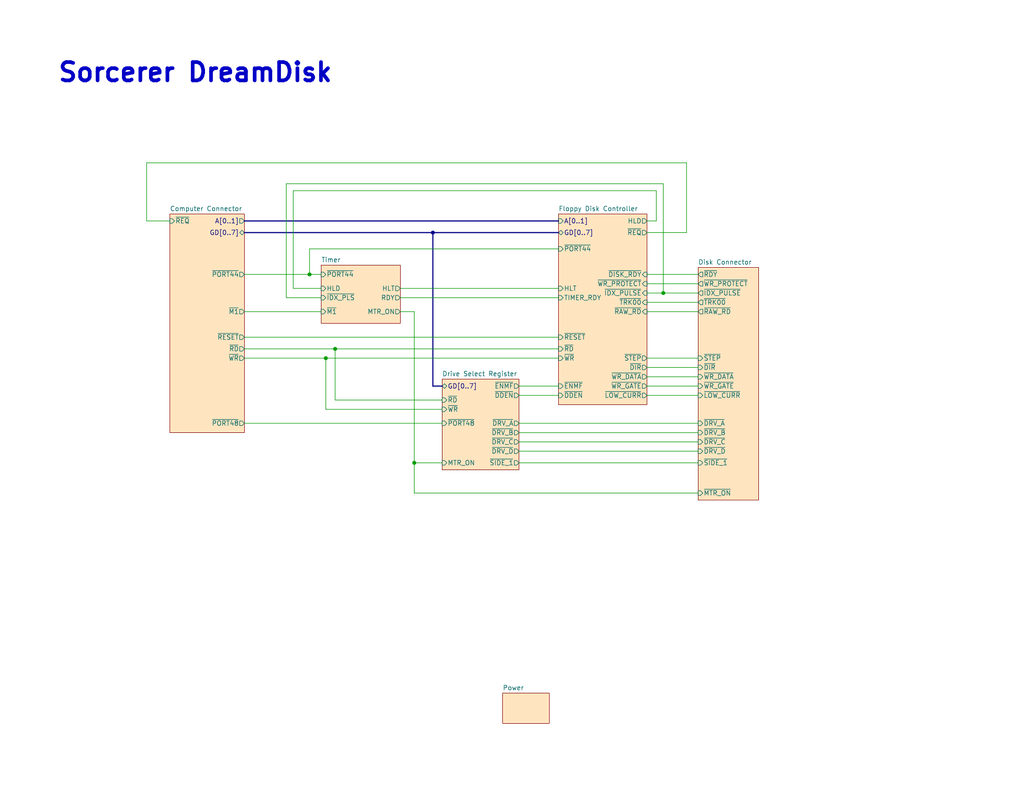
<source format=kicad_sch>
(kicad_sch
	(version 20250114)
	(generator "eeschema")
	(generator_version "9.0")
	(uuid "bfa05b03-a55b-4248-a002-84e7d3075c31")
	(paper "USLetter")
	(title_block
		(title "Sorcerer Dream Disk")
		(date "2025-05-04")
		(rev "1.1")
		(company "Marcel Erz (RetroStack), John Halkiadakis, Michael Borthwick (Exidyboy)")
		(comment 4 "Dream Disk Main Components")
	)
	(lib_symbols)
	(text "Sorcerer DreamDisk"
		(exclude_from_sim no)
		(at 15.494 22.86 0)
		(effects
			(font
				(size 5 5)
				(thickness 1)
				(bold yes)
			)
			(justify left bottom)
		)
		(uuid "fc307574-d8c9-4a34-85ae-eccbeb1321c1")
	)
	(junction
		(at 91.44 95.25)
		(diameter 0)
		(color 0 0 0 0)
		(uuid "05ae4731-3b0f-4e0e-b987-961bf36861ef")
	)
	(junction
		(at 88.9 97.79)
		(diameter 0)
		(color 0 0 0 0)
		(uuid "1286a679-1e84-48ec-ad5a-07486e7860d9")
	)
	(junction
		(at 118.11 63.5)
		(diameter 0)
		(color 0 0 0 0)
		(uuid "2cb582b0-b971-4a81-b5a7-fcea82c7a809")
	)
	(junction
		(at 84.455 74.93)
		(diameter 0)
		(color 0 0 0 0)
		(uuid "9b30bf9c-4994-4438-94e4-3a701a183db3")
	)
	(junction
		(at 180.975 80.01)
		(diameter 0)
		(color 0 0 0 0)
		(uuid "9d8ce80c-55ee-4c4e-8328-a5df06274ca4")
	)
	(junction
		(at 113.03 126.365)
		(diameter 0)
		(color 0 0 0 0)
		(uuid "dd90dd87-a7cc-415a-97a5-5ae2c8653d73")
	)
	(wire
		(pts
			(xy 113.03 134.62) (xy 113.03 126.365)
		)
		(stroke
			(width 0)
			(type default)
		)
		(uuid "08a67973-2dad-41b0-b226-968fa8fcdb2c")
	)
	(wire
		(pts
			(xy 88.9 97.79) (xy 152.4 97.79)
		)
		(stroke
			(width 0)
			(type default)
		)
		(uuid "1224d152-8375-469b-b1b8-3fc2629bf9cd")
	)
	(wire
		(pts
			(xy 176.53 100.33) (xy 190.5 100.33)
		)
		(stroke
			(width 0)
			(type default)
		)
		(uuid "12c8774b-5d69-4aaa-8e10-3c8d2d8ad514")
	)
	(wire
		(pts
			(xy 187.325 63.5) (xy 176.53 63.5)
		)
		(stroke
			(width 0)
			(type default)
		)
		(uuid "133c8663-e5a0-40cf-97b4-72c775e7acd2")
	)
	(wire
		(pts
			(xy 46.355 60.325) (xy 40.005 60.325)
		)
		(stroke
			(width 0)
			(type default)
		)
		(uuid "165650bb-fe33-4d0e-a804-c7f35130fb9a")
	)
	(wire
		(pts
			(xy 176.53 105.41) (xy 190.5 105.41)
		)
		(stroke
			(width 0)
			(type default)
		)
		(uuid "2499cad1-a132-4ae8-80c1-5e25b585289b")
	)
	(wire
		(pts
			(xy 66.675 115.57) (xy 120.65 115.57)
		)
		(stroke
			(width 0)
			(type default)
		)
		(uuid "2858441e-20ec-4525-8c8d-4ec85397a7e7")
	)
	(wire
		(pts
			(xy 176.53 97.79) (xy 190.5 97.79)
		)
		(stroke
			(width 0)
			(type default)
		)
		(uuid "2af6a3c5-227a-4e92-989a-cafb5bc97a37")
	)
	(wire
		(pts
			(xy 141.605 107.95) (xy 152.4 107.95)
		)
		(stroke
			(width 0)
			(type default)
		)
		(uuid "2bc1b4e3-b819-4fed-8bb5-43aded05c427")
	)
	(wire
		(pts
			(xy 141.605 118.11) (xy 190.5 118.11)
		)
		(stroke
			(width 0)
			(type default)
		)
		(uuid "2eb8aa93-e0fa-4b0d-bb0f-fb34a491d4b9")
	)
	(bus
		(pts
			(xy 118.11 105.41) (xy 120.65 105.41)
		)
		(stroke
			(width 0)
			(type default)
		)
		(uuid "31e53b7e-ec6e-42e9-8fad-30659e7f9f4f")
	)
	(wire
		(pts
			(xy 40.005 44.45) (xy 187.325 44.45)
		)
		(stroke
			(width 0)
			(type default)
		)
		(uuid "31f5d184-6c54-49af-bf20-a60a9511d36b")
	)
	(bus
		(pts
			(xy 66.675 60.325) (xy 152.4 60.325)
		)
		(stroke
			(width 0)
			(type default)
		)
		(uuid "32abdda3-7ad8-4fd8-b23b-c293f4285e54")
	)
	(wire
		(pts
			(xy 66.675 85.09) (xy 87.63 85.09)
		)
		(stroke
			(width 0)
			(type default)
		)
		(uuid "38157fd5-ad9b-46d5-b7c0-5a8e1b2cde0d")
	)
	(wire
		(pts
			(xy 113.03 85.09) (xy 113.03 126.365)
		)
		(stroke
			(width 0)
			(type default)
		)
		(uuid "38705121-9267-4f85-913f-6ec8ac56efd2")
	)
	(wire
		(pts
			(xy 91.44 95.25) (xy 91.44 109.22)
		)
		(stroke
			(width 0)
			(type default)
		)
		(uuid "460818e7-dde7-4a0c-be88-5e1fe72a208f")
	)
	(wire
		(pts
			(xy 66.675 95.25) (xy 91.44 95.25)
		)
		(stroke
			(width 0)
			(type default)
		)
		(uuid "48042e44-b342-4007-a561-070960a7e617")
	)
	(wire
		(pts
			(xy 40.005 60.325) (xy 40.005 44.45)
		)
		(stroke
			(width 0)
			(type default)
		)
		(uuid "480d0443-735f-4fea-ad35-9580c1edb866")
	)
	(wire
		(pts
			(xy 84.455 74.93) (xy 87.63 74.93)
		)
		(stroke
			(width 0)
			(type default)
		)
		(uuid "506b5ee1-54bb-4ca8-8333-7f06a3832f60")
	)
	(wire
		(pts
			(xy 80.01 78.74) (xy 87.63 78.74)
		)
		(stroke
			(width 0)
			(type default)
		)
		(uuid "56a321ec-b1aa-4f4c-908b-3dad1aa23b33")
	)
	(bus
		(pts
			(xy 118.11 63.5) (xy 152.4 63.5)
		)
		(stroke
			(width 0)
			(type default)
		)
		(uuid "5cab8afe-dc3d-42f3-ae33-a092b8ac544c")
	)
	(wire
		(pts
			(xy 109.22 81.28) (xy 152.4 81.28)
		)
		(stroke
			(width 0)
			(type default)
		)
		(uuid "6111651f-e59a-464c-970b-5c75309e132c")
	)
	(wire
		(pts
			(xy 88.9 97.79) (xy 88.9 111.76)
		)
		(stroke
			(width 0)
			(type default)
		)
		(uuid "66b4e626-e186-4249-93b9-41631fbc7770")
	)
	(wire
		(pts
			(xy 180.975 50.165) (xy 180.975 80.01)
		)
		(stroke
			(width 0)
			(type default)
		)
		(uuid "6808c296-a18f-45f6-bb85-e404236988d9")
	)
	(wire
		(pts
			(xy 141.605 126.365) (xy 190.5 126.365)
		)
		(stroke
			(width 0)
			(type default)
		)
		(uuid "6be46536-b715-44d8-b25d-972877bf4cb5")
	)
	(wire
		(pts
			(xy 88.9 111.76) (xy 120.65 111.76)
		)
		(stroke
			(width 0)
			(type default)
		)
		(uuid "6fc0c72e-a8fa-4c33-9401-d8ca4ccc497e")
	)
	(wire
		(pts
			(xy 84.455 67.945) (xy 152.4 67.945)
		)
		(stroke
			(width 0)
			(type default)
		)
		(uuid "7c410dba-6590-4daa-8785-5bcc8cc03352")
	)
	(wire
		(pts
			(xy 176.53 82.55) (xy 190.5 82.55)
		)
		(stroke
			(width 0)
			(type default)
		)
		(uuid "7cf6c4c9-73a5-47a6-a5f0-2b964bd55545")
	)
	(wire
		(pts
			(xy 176.53 80.01) (xy 180.975 80.01)
		)
		(stroke
			(width 0)
			(type default)
		)
		(uuid "817e8607-7c6c-4129-a39e-d0c851f5f3ca")
	)
	(wire
		(pts
			(xy 91.44 95.25) (xy 152.4 95.25)
		)
		(stroke
			(width 0)
			(type default)
		)
		(uuid "8432d300-25a7-46fe-8f79-f8fde08f7f41")
	)
	(wire
		(pts
			(xy 176.53 85.09) (xy 190.5 85.09)
		)
		(stroke
			(width 0)
			(type default)
		)
		(uuid "8807f3ec-c7de-4b3a-96c4-61a4c66e17ab")
	)
	(wire
		(pts
			(xy 78.105 81.28) (xy 78.105 50.165)
		)
		(stroke
			(width 0)
			(type default)
		)
		(uuid "882d22b2-f4af-4cc2-8e3b-c5547ed6940b")
	)
	(wire
		(pts
			(xy 66.675 92.075) (xy 152.4 92.075)
		)
		(stroke
			(width 0)
			(type default)
		)
		(uuid "8babdbef-baf3-447f-9754-9eefdc22a3e9")
	)
	(wire
		(pts
			(xy 141.605 120.65) (xy 190.5 120.65)
		)
		(stroke
			(width 0)
			(type default)
		)
		(uuid "8bc066e6-659f-4fd2-8bab-7c93b590d050")
	)
	(wire
		(pts
			(xy 87.63 81.28) (xy 78.105 81.28)
		)
		(stroke
			(width 0)
			(type default)
		)
		(uuid "8c805e6c-affc-435b-a81c-4b94319f28d7")
	)
	(wire
		(pts
			(xy 141.605 115.57) (xy 190.5 115.57)
		)
		(stroke
			(width 0)
			(type default)
		)
		(uuid "906842de-314d-448c-9b0d-84962b1fa6f2")
	)
	(wire
		(pts
			(xy 176.53 77.47) (xy 190.5 77.47)
		)
		(stroke
			(width 0)
			(type default)
		)
		(uuid "92cf04be-db42-4faf-aabe-031f855ca478")
	)
	(wire
		(pts
			(xy 176.53 107.95) (xy 190.5 107.95)
		)
		(stroke
			(width 0)
			(type default)
		)
		(uuid "aa6a6060-3d6b-4ea3-8ae1-18149b5c65bd")
	)
	(wire
		(pts
			(xy 141.605 105.41) (xy 152.4 105.41)
		)
		(stroke
			(width 0)
			(type default)
		)
		(uuid "acda75d8-78bf-4d27-8326-ee759dc68cdc")
	)
	(wire
		(pts
			(xy 109.22 85.09) (xy 113.03 85.09)
		)
		(stroke
			(width 0)
			(type default)
		)
		(uuid "b260b079-eeea-4a3d-8708-4348d29a2aa6")
	)
	(wire
		(pts
			(xy 113.03 126.365) (xy 120.65 126.365)
		)
		(stroke
			(width 0)
			(type default)
		)
		(uuid "b7147abe-a701-435d-b53c-7b69c340f13e")
	)
	(wire
		(pts
			(xy 109.22 78.74) (xy 152.4 78.74)
		)
		(stroke
			(width 0)
			(type default)
		)
		(uuid "bd58f9fd-4a1c-4fbd-bba9-5d2610556251")
	)
	(bus
		(pts
			(xy 66.675 63.5) (xy 118.11 63.5)
		)
		(stroke
			(width 0)
			(type default)
		)
		(uuid "bdea0f92-ce47-4627-ac2c-c6f56fc700e9")
	)
	(wire
		(pts
			(xy 180.975 80.01) (xy 190.5 80.01)
		)
		(stroke
			(width 0)
			(type default)
		)
		(uuid "c2035a5e-0228-4145-8522-7436ad20bf4f")
	)
	(wire
		(pts
			(xy 113.03 134.62) (xy 190.5 134.62)
		)
		(stroke
			(width 0)
			(type default)
		)
		(uuid "c24dca46-c1f4-45ab-a4ac-57ff75a09a4e")
	)
	(wire
		(pts
			(xy 187.325 44.45) (xy 187.325 63.5)
		)
		(stroke
			(width 0)
			(type default)
		)
		(uuid "c2cb36e6-40d5-442b-bbd4-157d707fecdf")
	)
	(wire
		(pts
			(xy 78.105 50.165) (xy 180.975 50.165)
		)
		(stroke
			(width 0)
			(type default)
		)
		(uuid "cd5c01a5-0224-4be6-a5e1-47484781d064")
	)
	(wire
		(pts
			(xy 179.07 60.325) (xy 179.07 52.07)
		)
		(stroke
			(width 0)
			(type default)
		)
		(uuid "d709b78c-743b-41ee-9a38-f2743e9edabd")
	)
	(wire
		(pts
			(xy 80.01 52.07) (xy 80.01 78.74)
		)
		(stroke
			(width 0)
			(type default)
		)
		(uuid "d9583d63-9836-422e-b10d-14a1fcf86d25")
	)
	(wire
		(pts
			(xy 91.44 109.22) (xy 120.65 109.22)
		)
		(stroke
			(width 0)
			(type default)
		)
		(uuid "dc31cd17-db9c-41b0-ab4a-0d6f6ff59ff1")
	)
	(wire
		(pts
			(xy 179.07 52.07) (xy 80.01 52.07)
		)
		(stroke
			(width 0)
			(type default)
		)
		(uuid "e06d6ed7-278f-4d13-8d2b-35d91cfdc15c")
	)
	(wire
		(pts
			(xy 141.605 123.19) (xy 190.5 123.19)
		)
		(stroke
			(width 0)
			(type default)
		)
		(uuid "e43f7cd4-0cb9-4aea-acdf-7ef30b90efd3")
	)
	(wire
		(pts
			(xy 66.675 97.79) (xy 88.9 97.79)
		)
		(stroke
			(width 0)
			(type default)
		)
		(uuid "e585e48e-343b-4958-9cc6-5e10a5d768fb")
	)
	(bus
		(pts
			(xy 118.11 63.5) (xy 118.11 105.41)
		)
		(stroke
			(width 0)
			(type default)
		)
		(uuid "e6316a93-75dd-4d9f-9146-04703e9a5bfe")
	)
	(wire
		(pts
			(xy 66.675 74.93) (xy 84.455 74.93)
		)
		(stroke
			(width 0)
			(type default)
		)
		(uuid "e631c36f-a257-48c9-a1c4-b0ad6f088263")
	)
	(wire
		(pts
			(xy 84.455 67.945) (xy 84.455 74.93)
		)
		(stroke
			(width 0)
			(type default)
		)
		(uuid "ef060952-c142-4f72-9fa0-f06fbc82bcd1")
	)
	(wire
		(pts
			(xy 176.53 60.325) (xy 179.07 60.325)
		)
		(stroke
			(width 0)
			(type default)
		)
		(uuid "f0684d52-a61e-49ff-9d46-97016a939b9f")
	)
	(wire
		(pts
			(xy 176.53 74.93) (xy 190.5 74.93)
		)
		(stroke
			(width 0)
			(type default)
		)
		(uuid "f7d550f4-ce38-4aa3-b249-205f2ede0887")
	)
	(wire
		(pts
			(xy 176.53 102.87) (xy 190.5 102.87)
		)
		(stroke
			(width 0)
			(type default)
		)
		(uuid "f86df761-92a4-435a-b3b7-e65dd60b4f03")
	)
	(sheet
		(at 120.65 103.505)
		(size 20.955 24.765)
		(exclude_from_sim no)
		(in_bom yes)
		(on_board yes)
		(dnp no)
		(fields_autoplaced yes)
		(stroke
			(width 0.1524)
			(type solid)
		)
		(fill
			(color 255 229 191 1.0000)
		)
		(uuid "17fbb4b6-76fe-4080-9c6f-e2c2b80c5768")
		(property "Sheetname" "Drive Select Register"
			(at 120.65 102.7934 0)
			(effects
				(font
					(size 1.27 1.27)
				)
				(justify left bottom)
			)
		)
		(property "Sheetfile" "Drive_Select_Register.kicad_sch"
			(at 120.65 128.8546 0)
			(effects
				(font
					(size 1.27 1.27)
				)
				(justify left top)
				(hide yes)
			)
		)
		(pin "~{DRV_A}" output
			(at 141.605 115.57 0)
			(uuid "c1f03874-209c-4593-b9af-502d7fc27e1c")
			(effects
				(font
					(size 1.27 1.27)
				)
				(justify right)
			)
		)
		(pin "GD[0..7]" tri_state
			(at 120.65 105.41 180)
			(uuid "d4090769-b1e8-483f-aea8-1999dafffe52")
			(effects
				(font
					(size 1.27 1.27)
				)
				(justify left)
			)
		)
		(pin "~{DRV_B}" output
			(at 141.605 118.11 0)
			(uuid "cfd7357f-6958-4757-94db-530b452362d5")
			(effects
				(font
					(size 1.27 1.27)
				)
				(justify right)
			)
		)
		(pin "~{SIDE_1}" output
			(at 141.605 126.365 0)
			(uuid "419e739b-89e1-44c2-b132-7c3847327d40")
			(effects
				(font
					(size 1.27 1.27)
				)
				(justify right)
			)
		)
		(pin "~{DRV_D}" output
			(at 141.605 123.19 0)
			(uuid "3335cae8-d16f-4a49-8df7-4d989acd5a2f")
			(effects
				(font
					(size 1.27 1.27)
				)
				(justify right)
			)
		)
		(pin "~{DRV_C}" output
			(at 141.605 120.65 0)
			(uuid "24ba02e8-9c18-46c9-9506-2963068c91ca")
			(effects
				(font
					(size 1.27 1.27)
				)
				(justify right)
			)
		)
		(pin "~{PORT48}" input
			(at 120.65 115.57 180)
			(uuid "153804a5-5d02-4c5c-81aa-b3c00bf100fc")
			(effects
				(font
					(size 1.27 1.27)
				)
				(justify left)
			)
		)
		(pin "~{WR}" input
			(at 120.65 111.76 180)
			(uuid "3a229a0f-16f1-413b-915b-0a95755c8276")
			(effects
				(font
					(size 1.27 1.27)
				)
				(justify left)
			)
		)
		(pin "~{RD}" input
			(at 120.65 109.22 180)
			(uuid "42d2b74c-5993-4a65-8238-9903dbd128ce")
			(effects
				(font
					(size 1.27 1.27)
				)
				(justify left)
			)
		)
		(pin "~{ENMF}" output
			(at 141.605 105.41 0)
			(uuid "f758a427-0afa-42ff-ba62-6ba6ddb539ce")
			(effects
				(font
					(size 1.27 1.27)
				)
				(justify right)
			)
		)
		(pin "~{DDEN}" output
			(at 141.605 107.95 0)
			(uuid "648e2e97-4ef2-459c-80ff-e6280bf6648d")
			(effects
				(font
					(size 1.27 1.27)
				)
				(justify right)
			)
		)
		(pin "MTR_ON" input
			(at 120.65 126.365 180)
			(uuid "2fb0b57a-ae44-4b31-8dee-688ec2a4effc")
			(effects
				(font
					(size 1.27 1.27)
				)
				(justify left)
			)
		)
		(instances
			(project "Sorcerer_DreamDisk"
				(path "/bfa05b03-a55b-4248-a002-84e7d3075c31"
					(page "4")
				)
			)
		)
	)
	(sheet
		(at 46.355 58.42)
		(size 20.32 59.69)
		(exclude_from_sim no)
		(in_bom yes)
		(on_board yes)
		(dnp no)
		(fields_autoplaced yes)
		(stroke
			(width 0.1524)
			(type solid)
		)
		(fill
			(color 255 229 191 1.0000)
		)
		(uuid "89a40cfe-af54-4693-9930-24fd2b411ca5")
		(property "Sheetname" "Computer Connector"
			(at 46.355 57.7084 0)
			(effects
				(font
					(size 1.27 1.27)
				)
				(justify left bottom)
			)
		)
		(property "Sheetfile" "Computer_Connector.kicad_sch"
			(at 46.355 118.6946 0)
			(effects
				(font
					(size 1.27 1.27)
				)
				(justify left top)
				(hide yes)
			)
		)
		(pin "GD[0..7]" tri_state
			(at 66.675 63.5 0)
			(uuid "99ccd4d0-f23d-44d4-9c26-00b483bee9bf")
			(effects
				(font
					(size 1.27 1.27)
				)
				(justify right)
			)
		)
		(pin "~{PORT44}" output
			(at 66.675 74.93 0)
			(uuid "ea588930-796f-4e3c-b695-7429fae0010f")
			(effects
				(font
					(size 1.27 1.27)
				)
				(justify right)
			)
		)
		(pin "~{PORT48}" output
			(at 66.675 115.57 0)
			(uuid "e9b7f828-fdb4-4f08-a9f5-1ac66fcd1b1a")
			(effects
				(font
					(size 1.27 1.27)
				)
				(justify right)
			)
		)
		(pin "~{REQ}" input
			(at 46.355 60.325 180)
			(uuid "9c40d087-76a2-48ea-a176-1177dfe5fb7f")
			(effects
				(font
					(size 1.27 1.27)
				)
				(justify left)
			)
		)
		(pin "A[0..1]" output
			(at 66.675 60.325 0)
			(uuid "bbca862b-62db-44a0-a0d3-5831d8d2c842")
			(effects
				(font
					(size 1.27 1.27)
				)
				(justify right)
			)
		)
		(pin "~{M1}" output
			(at 66.675 85.09 0)
			(uuid "41355ddd-3182-447c-99df-8ca7beff14e5")
			(effects
				(font
					(size 1.27 1.27)
				)
				(justify right)
			)
		)
		(pin "~{RESET}" output
			(at 66.675 92.075 0)
			(uuid "305dfbfd-f24c-43c5-ad34-726c76c0a58a")
			(effects
				(font
					(size 1.27 1.27)
				)
				(justify right)
			)
		)
		(pin "~{RD}" output
			(at 66.675 95.25 0)
			(uuid "f1dc2e37-ddb9-4257-bf0b-2e234862d970")
			(effects
				(font
					(size 1.27 1.27)
				)
				(justify right)
			)
		)
		(pin "~{WR}" output
			(at 66.675 97.79 0)
			(uuid "87229e9f-70cc-49b8-aa2e-f582111f924a")
			(effects
				(font
					(size 1.27 1.27)
				)
				(justify right)
			)
		)
		(instances
			(project "Sorcerer_DreamDisk"
				(path "/bfa05b03-a55b-4248-a002-84e7d3075c31"
					(page "2")
				)
			)
		)
	)
	(sheet
		(at 152.4 58.42)
		(size 24.13 52.07)
		(exclude_from_sim no)
		(in_bom yes)
		(on_board yes)
		(dnp no)
		(fields_autoplaced yes)
		(stroke
			(width 0.1524)
			(type solid)
		)
		(fill
			(color 255 229 191 1.0000)
		)
		(uuid "93221635-f3b9-4df6-bcaf-91f1f0bfd993")
		(property "Sheetname" "Floppy Disk Controller"
			(at 152.4 57.7084 0)
			(effects
				(font
					(size 1.27 1.27)
				)
				(justify left bottom)
			)
		)
		(property "Sheetfile" "Floppy_Disk_Controller.kicad_sch"
			(at 152.4 111.0746 0)
			(effects
				(font
					(size 1.27 1.27)
				)
				(justify left top)
				(hide yes)
			)
		)
		(pin "~{DIR}" output
			(at 176.53 100.33 0)
			(uuid "d7ac9712-e9f0-42b2-8bbd-ecc2d566b293")
			(effects
				(font
					(size 1.27 1.27)
				)
				(justify right)
			)
		)
		(pin "~{IDX_PULSE}" input
			(at 176.53 80.01 0)
			(uuid "c77bbbb8-4796-4fb9-9b43-48e2687e4c28")
			(effects
				(font
					(size 1.27 1.27)
				)
				(justify right)
			)
		)
		(pin "~{LOW_CURR}" output
			(at 176.53 107.95 0)
			(uuid "67ea0e72-5d6a-4af1-a2d3-75842873b456")
			(effects
				(font
					(size 1.27 1.27)
				)
				(justify right)
			)
		)
		(pin "~{RAW_RD}" input
			(at 176.53 85.09 0)
			(uuid "efa9518f-18be-409d-afbc-45e7e39f548b")
			(effects
				(font
					(size 1.27 1.27)
				)
				(justify right)
			)
		)
		(pin "~{STEP}" output
			(at 176.53 97.79 0)
			(uuid "f5fec4d5-9c81-4b60-963d-7ae861bb3d0c")
			(effects
				(font
					(size 1.27 1.27)
				)
				(justify right)
			)
		)
		(pin "~{TRK00}" input
			(at 176.53 82.55 0)
			(uuid "19d5ed23-b49f-4884-8ac3-9d554f55a884")
			(effects
				(font
					(size 1.27 1.27)
				)
				(justify right)
			)
		)
		(pin "~{WR_DATA}" output
			(at 176.53 102.87 0)
			(uuid "c297391c-29f2-4357-bddf-3521d87b9b89")
			(effects
				(font
					(size 1.27 1.27)
				)
				(justify right)
			)
		)
		(pin "~{WR_GATE}" output
			(at 176.53 105.41 0)
			(uuid "d2a220c0-6505-445b-af5c-8cb26001bee0")
			(effects
				(font
					(size 1.27 1.27)
				)
				(justify right)
			)
		)
		(pin "~{WR_PROTECT}" input
			(at 176.53 77.47 0)
			(uuid "e68ee493-c0f0-4e29-a1bd-155f419a0010")
			(effects
				(font
					(size 1.27 1.27)
				)
				(justify right)
			)
		)
		(pin "TIMER_RDY" input
			(at 152.4 81.28 180)
			(uuid "7e2b2398-075e-46df-b7e5-ed71adadee25")
			(effects
				(font
					(size 1.27 1.27)
				)
				(justify left)
			)
		)
		(pin "~{DISK_RDY}" input
			(at 176.53 74.93 0)
			(uuid "8816c487-4c7e-43dd-b750-30eec214ac1c")
			(effects
				(font
					(size 1.27 1.27)
				)
				(justify right)
			)
		)
		(pin "~{PORT44}" input
			(at 152.4 67.945 180)
			(uuid "586c9d5c-3bd2-4370-ba5c-14b6c329f15f")
			(effects
				(font
					(size 1.27 1.27)
				)
				(justify left)
			)
		)
		(pin "~{RD}" input
			(at 152.4 95.25 180)
			(uuid "87cc3bc7-d474-4d36-9b29-638be4e52a10")
			(effects
				(font
					(size 1.27 1.27)
				)
				(justify left)
			)
		)
		(pin "~{WR}" input
			(at 152.4 97.79 180)
			(uuid "7c7d33db-3950-49e3-8c34-607310222ead")
			(effects
				(font
					(size 1.27 1.27)
				)
				(justify left)
			)
		)
		(pin "A[0..1]" input
			(at 152.4 60.325 180)
			(uuid "4a1e6bb2-9e82-4a06-b315-4e6002f4dfec")
			(effects
				(font
					(size 1.27 1.27)
				)
				(justify left)
			)
		)
		(pin "HLD" output
			(at 176.53 60.325 0)
			(uuid "15cb53a4-26d6-416c-b94e-bc9667392199")
			(effects
				(font
					(size 1.27 1.27)
				)
				(justify right)
			)
		)
		(pin "HLT" input
			(at 152.4 78.74 180)
			(uuid "884d6a1c-5588-4cec-9334-79db729e64c2")
			(effects
				(font
					(size 1.27 1.27)
				)
				(justify left)
			)
		)
		(pin "~{REQ}" output
			(at 176.53 63.5 0)
			(uuid "9afa67b7-27e3-483a-acbd-01e02b787794")
			(effects
				(font
					(size 1.27 1.27)
				)
				(justify right)
			)
		)
		(pin "~{DDEN}" input
			(at 152.4 107.95 180)
			(uuid "c899c3ba-c093-4352-a5da-0e3cc3a1fcba")
			(effects
				(font
					(size 1.27 1.27)
				)
				(justify left)
			)
		)
		(pin "~{ENMF}" input
			(at 152.4 105.41 180)
			(uuid "0093bbd1-31d5-4f06-a811-a0804da38c14")
			(effects
				(font
					(size 1.27 1.27)
				)
				(justify left)
			)
		)
		(pin "GD[0..7]" tri_state
			(at 152.4 63.5 180)
			(uuid "03be20da-f84e-447f-8e66-8fc3a5265fdb")
			(effects
				(font
					(size 1.27 1.27)
				)
				(justify left)
			)
		)
		(pin "~{RESET}" input
			(at 152.4 92.075 180)
			(uuid "cd46b9f3-cb5b-41f7-bff9-22adb83807c3")
			(effects
				(font
					(size 1.27 1.27)
				)
				(justify left)
			)
		)
		(instances
			(project "Sorcerer_DreamDisk"
				(path "/bfa05b03-a55b-4248-a002-84e7d3075c31"
					(page "5")
				)
			)
		)
	)
	(sheet
		(at 87.63 72.39)
		(size 21.59 15.875)
		(exclude_from_sim no)
		(in_bom yes)
		(on_board yes)
		(dnp no)
		(fields_autoplaced yes)
		(stroke
			(width 0.1524)
			(type solid)
		)
		(fill
			(color 255 229 191 1.0000)
		)
		(uuid "96a35e5e-757e-48d4-bcaa-76326e35d924")
		(property "Sheetname" "Timer"
			(at 87.63 71.6784 0)
			(effects
				(font
					(size 1.27 1.27)
				)
				(justify left bottom)
			)
		)
		(property "Sheetfile" "Timer.kicad_sch"
			(at 87.63 88.8496 0)
			(effects
				(font
					(size 1.27 1.27)
				)
				(justify left top)
				(hide yes)
			)
		)
		(pin "HLD" input
			(at 87.63 78.74 180)
			(uuid "623bcd2f-a15c-4d63-9778-141ffc3ead89")
			(effects
				(font
					(size 1.27 1.27)
				)
				(justify left)
			)
		)
		(pin "HLT" output
			(at 109.22 78.74 0)
			(uuid "979b7411-e9a5-4ee9-8ff1-97da36444dab")
			(effects
				(font
					(size 1.27 1.27)
				)
				(justify right)
			)
		)
		(pin "~{IDX_PLS}" input
			(at 87.63 81.28 180)
			(uuid "ceffc3c0-93a1-4d2e-b7c8-a1f0ddf2a6db")
			(effects
				(font
					(size 1.27 1.27)
				)
				(justify left)
			)
		)
		(pin "RDY" output
			(at 109.22 81.28 0)
			(uuid "3399fdd8-6f14-4cb4-9919-c7caeb2de06c")
			(effects
				(font
					(size 1.27 1.27)
				)
				(justify right)
			)
		)
		(pin "~{PORT44}" input
			(at 87.63 74.93 180)
			(uuid "3ea6e6bc-d2e4-4fb7-8573-fcc51daf8843")
			(effects
				(font
					(size 1.27 1.27)
				)
				(justify left)
			)
		)
		(pin "~{M1}" input
			(at 87.63 85.09 180)
			(uuid "5746b5dd-32a4-4833-8e7b-d19a18b183a1")
			(effects
				(font
					(size 1.27 1.27)
				)
				(justify left)
			)
		)
		(pin "MTR_ON" output
			(at 109.22 85.09 0)
			(uuid "89ded860-15bd-4514-af44-f23a6547e5b4")
			(effects
				(font
					(size 1.27 1.27)
				)
				(justify right)
			)
		)
		(instances
			(project "Sorcerer_DreamDisk"
				(path "/bfa05b03-a55b-4248-a002-84e7d3075c31"
					(page "3")
				)
			)
		)
	)
	(sheet
		(at 190.5 73.025)
		(size 16.51 63.5)
		(exclude_from_sim no)
		(in_bom yes)
		(on_board yes)
		(dnp no)
		(fields_autoplaced yes)
		(stroke
			(width 0.1524)
			(type solid)
		)
		(fill
			(color 255 229 191 1.0000)
		)
		(uuid "d2849a3e-daa0-4678-a512-e1c7bc598818")
		(property "Sheetname" "Disk Connector"
			(at 190.5 72.3134 0)
			(effects
				(font
					(size 1.27 1.27)
				)
				(justify left bottom)
			)
		)
		(property "Sheetfile" "Disk_Connector.kicad_sch"
			(at 190.5 137.1096 0)
			(effects
				(font
					(size 1.27 1.27)
				)
				(justify left top)
				(hide yes)
			)
		)
		(pin "~{DIR}" input
			(at 190.5 100.33 180)
			(uuid "452253fa-0fb2-464c-a132-39162e2e6335")
			(effects
				(font
					(size 1.27 1.27)
				)
				(justify left)
			)
		)
		(pin "~{DRV_A}" input
			(at 190.5 115.57 180)
			(uuid "1a65a477-9578-4034-b968-e94074ab651c")
			(effects
				(font
					(size 1.27 1.27)
				)
				(justify left)
			)
		)
		(pin "~{DRV_B}" input
			(at 190.5 118.11 180)
			(uuid "44cdc140-1834-4eff-813a-6f8098d9fb7a")
			(effects
				(font
					(size 1.27 1.27)
				)
				(justify left)
			)
		)
		(pin "~{DRV_C}" input
			(at 190.5 120.65 180)
			(uuid "63f32ffd-fdd5-4a18-aa81-7c0718c37690")
			(effects
				(font
					(size 1.27 1.27)
				)
				(justify left)
			)
		)
		(pin "~{DRV_D}" input
			(at 190.5 123.19 180)
			(uuid "8b2ae78a-f7de-4c59-8a58-81dd4941f0e8")
			(effects
				(font
					(size 1.27 1.27)
				)
				(justify left)
			)
		)
		(pin "~{IDX_PULSE}" output
			(at 190.5 80.01 180)
			(uuid "62681e8e-262e-477d-9269-23072dca42e0")
			(effects
				(font
					(size 1.27 1.27)
				)
				(justify left)
			)
		)
		(pin "~{LOW_CURR}" input
			(at 190.5 107.95 180)
			(uuid "99f9d8ae-3da1-4b13-8bce-7c62c68032c2")
			(effects
				(font
					(size 1.27 1.27)
				)
				(justify left)
			)
		)
		(pin "~{MTR_ON}" input
			(at 190.5 134.62 180)
			(uuid "cd0a2b12-23d2-4756-86b2-f436feda6465")
			(effects
				(font
					(size 1.27 1.27)
				)
				(justify left)
			)
		)
		(pin "~{RAW_RD}" output
			(at 190.5 85.09 180)
			(uuid "e511100b-c4bc-418d-9f45-71c6665b69ab")
			(effects
				(font
					(size 1.27 1.27)
				)
				(justify left)
			)
		)
		(pin "~{RDY}" output
			(at 190.5 74.93 180)
			(uuid "2cd44449-6be5-4a20-b21e-117dea43017e")
			(effects
				(font
					(size 1.27 1.27)
				)
				(justify left)
			)
		)
		(pin "~{SIDE_1}" input
			(at 190.5 126.365 180)
			(uuid "d69ae05f-a92d-4380-aedb-549019cb3118")
			(effects
				(font
					(size 1.27 1.27)
				)
				(justify left)
			)
		)
		(pin "~{STEP}" input
			(at 190.5 97.79 180)
			(uuid "f2bc3573-1b5f-4afb-88bf-44a98e4cd700")
			(effects
				(font
					(size 1.27 1.27)
				)
				(justify left)
			)
		)
		(pin "~{TRK00}" output
			(at 190.5 82.55 180)
			(uuid "b27d1009-a460-491c-8847-009a2a7f42fa")
			(effects
				(font
					(size 1.27 1.27)
				)
				(justify left)
			)
		)
		(pin "~{WR_DATA}" input
			(at 190.5 102.87 180)
			(uuid "90a9ebcf-5cb3-473d-abbc-adb588ed8a54")
			(effects
				(font
					(size 1.27 1.27)
				)
				(justify left)
			)
		)
		(pin "~{WR_GATE}" input
			(at 190.5 105.41 180)
			(uuid "e82e1cc6-1956-4a52-8160-61f6e0ec9808")
			(effects
				(font
					(size 1.27 1.27)
				)
				(justify left)
			)
		)
		(pin "~{WR_PROTECT}" output
			(at 190.5 77.47 180)
			(uuid "63b6e3b5-0f8f-4d2f-9658-0ae47da9e391")
			(effects
				(font
					(size 1.27 1.27)
				)
				(justify left)
			)
		)
		(instances
			(project "Sorcerer_DreamDisk"
				(path "/bfa05b03-a55b-4248-a002-84e7d3075c31"
					(page "7")
				)
			)
		)
	)
	(sheet
		(at 137.16 189.23)
		(size 12.7 8.255)
		(exclude_from_sim no)
		(in_bom yes)
		(on_board yes)
		(dnp no)
		(fields_autoplaced yes)
		(stroke
			(width 0.1524)
			(type solid)
		)
		(fill
			(color 255 229 191 1.0000)
		)
		(uuid "e8de84f7-a6bb-4618-8ff4-7dc847edeee4")
		(property "Sheetname" "Power"
			(at 137.16 188.5184 0)
			(effects
				(font
					(size 1.27 1.27)
				)
				(justify left bottom)
			)
		)
		(property "Sheetfile" "Power.kicad_sch"
			(at 137.16 198.0696 0)
			(effects
				(font
					(size 1.27 1.27)
				)
				(justify left top)
				(hide yes)
			)
		)
		(instances
			(project "Sorcerer_DreamDisk"
				(path "/bfa05b03-a55b-4248-a002-84e7d3075c31"
					(page "8")
				)
			)
		)
	)
	(sheet_instances
		(path "/"
			(page "1")
		)
	)
	(embedded_fonts no)
)

</source>
